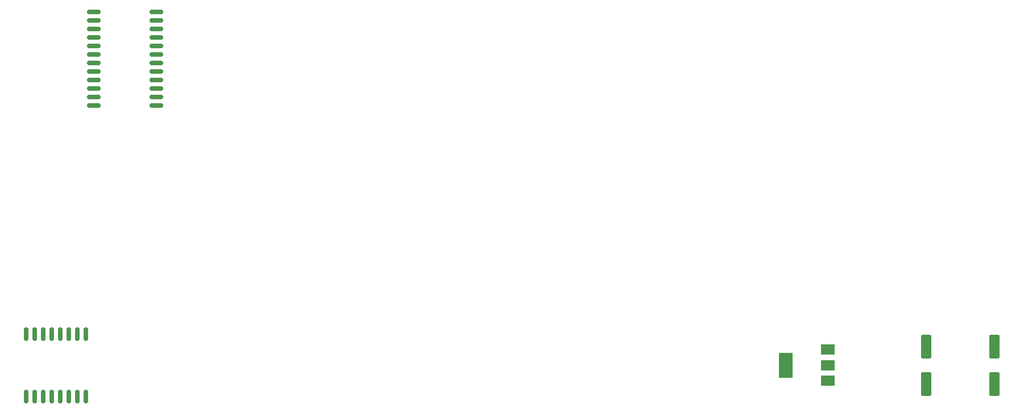
<source format=gbr>
%TF.GenerationSoftware,KiCad,Pcbnew,(6.0.10)*%
%TF.CreationDate,2023-02-17T13:49:40-08:00*%
%TF.ProjectId,nixie_clock,6e697869-655f-4636-9c6f-636b2e6b6963,1.5*%
%TF.SameCoordinates,Original*%
%TF.FileFunction,Paste,Top*%
%TF.FilePolarity,Positive*%
%FSLAX46Y46*%
G04 Gerber Fmt 4.6, Leading zero omitted, Abs format (unit mm)*
G04 Created by KiCad (PCBNEW (6.0.10)) date 2023-02-17 13:49:40*
%MOMM*%
%LPD*%
G01*
G04 APERTURE LIST*
G04 Aperture macros list*
%AMRoundRect*
0 Rectangle with rounded corners*
0 $1 Rounding radius*
0 $2 $3 $4 $5 $6 $7 $8 $9 X,Y pos of 4 corners*
0 Add a 4 corners polygon primitive as box body*
4,1,4,$2,$3,$4,$5,$6,$7,$8,$9,$2,$3,0*
0 Add four circle primitives for the rounded corners*
1,1,$1+$1,$2,$3*
1,1,$1+$1,$4,$5*
1,1,$1+$1,$6,$7*
1,1,$1+$1,$8,$9*
0 Add four rect primitives between the rounded corners*
20,1,$1+$1,$2,$3,$4,$5,0*
20,1,$1+$1,$4,$5,$6,$7,0*
20,1,$1+$1,$6,$7,$8,$9,0*
20,1,$1+$1,$8,$9,$2,$3,0*%
G04 Aperture macros list end*
%ADD10R,2.000000X1.500000*%
%ADD11R,2.000000X3.800000*%
%ADD12RoundRect,0.150000X0.875000X0.150000X-0.875000X0.150000X-0.875000X-0.150000X0.875000X-0.150000X0*%
%ADD13RoundRect,0.250000X-0.550000X1.500000X-0.550000X-1.500000X0.550000X-1.500000X0.550000X1.500000X0*%
%ADD14RoundRect,0.150000X-0.150000X0.875000X-0.150000X-0.875000X0.150000X-0.875000X0.150000X0.875000X0*%
G04 APERTURE END LIST*
D10*
%TO.C,U4*%
X193650000Y-124220000D03*
X193650000Y-121920000D03*
D11*
X187350000Y-121920000D03*
D10*
X193650000Y-119620000D03*
%TD*%
D12*
%TO.C,U3*%
X93650000Y-83185000D03*
X93650000Y-81915000D03*
X93650000Y-80645000D03*
X93650000Y-79375000D03*
X93650000Y-78105000D03*
X93650000Y-76835000D03*
X93650000Y-75565000D03*
X93650000Y-74295000D03*
X93650000Y-73025000D03*
X93650000Y-71755000D03*
X93650000Y-70485000D03*
X93650000Y-69215000D03*
X84350000Y-69215000D03*
X84350000Y-70485000D03*
X84350000Y-71755000D03*
X84350000Y-73025000D03*
X84350000Y-74295000D03*
X84350000Y-75565000D03*
X84350000Y-76835000D03*
X84350000Y-78105000D03*
X84350000Y-79375000D03*
X84350000Y-80645000D03*
X84350000Y-81915000D03*
X84350000Y-83185000D03*
%TD*%
D13*
%TO.C,C0*%
X218440000Y-119120000D03*
X218440000Y-124720000D03*
%TD*%
%TO.C,C1*%
X208280000Y-119120000D03*
X208280000Y-124720000D03*
%TD*%
D14*
%TO.C,U2*%
X83185000Y-117270000D03*
X81915000Y-117270000D03*
X80645000Y-117270000D03*
X79375000Y-117270000D03*
X78105000Y-117270000D03*
X76835000Y-117270000D03*
X75565000Y-117270000D03*
X74295000Y-117270000D03*
X74295000Y-126570000D03*
X75565000Y-126570000D03*
X76835000Y-126570000D03*
X78105000Y-126570000D03*
X79375000Y-126570000D03*
X80645000Y-126570000D03*
X81915000Y-126570000D03*
X83185000Y-126570000D03*
%TD*%
M02*

</source>
